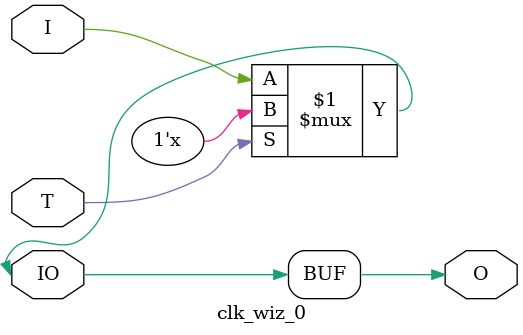
<source format=sv>

`timescale 1ns / 1ps
`default_nettype none

module clk_wiz_0
        (
            input   var logic I     ,
            output  var logic O     ,
            input   var logic T     ,
            inout   tri logic IO    
        );

    assign IO = T ? 1'bz : I;
    assign O  = IO;

endmodule

`default_nettype wire

// end of file

</source>
